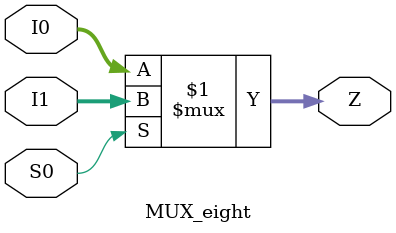
<source format=v>
`timescale 1ns / 1ps

module MUX_eight(
    input [7:0] I0,
	input [7:0] I1,
	input S0,
	output [7:0] Z
	);
	
	assign Z = S0 ? I1 : I0;

endmodule
</source>
